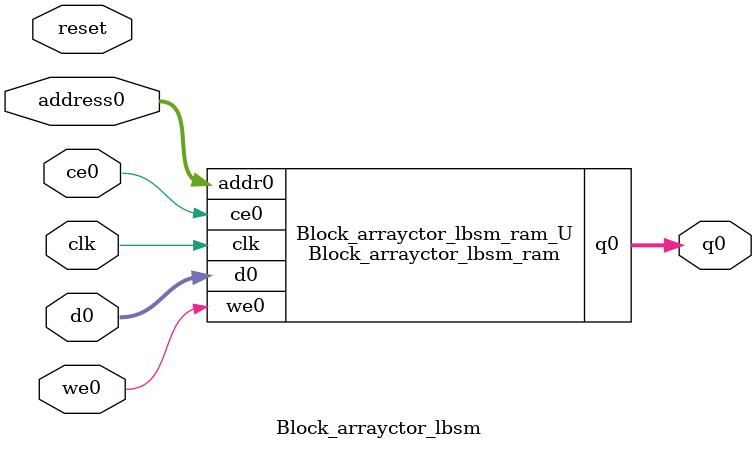
<source format=v>
`timescale 1 ns / 1 ps
module Block_arrayctor_lbsm_ram (addr0, ce0, d0, we0, q0,  clk);

parameter DWIDTH = 5;
parameter AWIDTH = 7;
parameter MEM_SIZE = 82;

input[AWIDTH-1:0] addr0;
input ce0;
input[DWIDTH-1:0] d0;
input we0;
output reg[DWIDTH-1:0] q0;
input clk;

(* ram_style = "distributed" *)reg [DWIDTH-1:0] ram[0:MEM_SIZE-1];




always @(posedge clk)  
begin 
    if (ce0) begin
        if (we0) 
            ram[addr0] <= d0; 
        q0 <= ram[addr0];
    end
end


endmodule

`timescale 1 ns / 1 ps
module Block_arrayctor_lbsm(
    reset,
    clk,
    address0,
    ce0,
    we0,
    d0,
    q0);

parameter DataWidth = 32'd5;
parameter AddressRange = 32'd82;
parameter AddressWidth = 32'd7;
input reset;
input clk;
input[AddressWidth - 1:0] address0;
input ce0;
input we0;
input[DataWidth - 1:0] d0;
output[DataWidth - 1:0] q0;



Block_arrayctor_lbsm_ram Block_arrayctor_lbsm_ram_U(
    .clk( clk ),
    .addr0( address0 ),
    .ce0( ce0 ),
    .we0( we0 ),
    .d0( d0 ),
    .q0( q0 ));

endmodule


</source>
